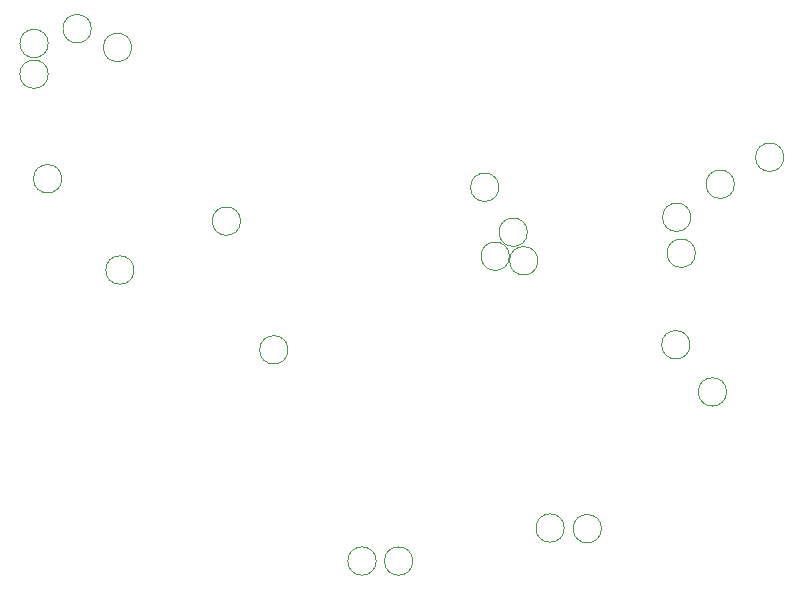
<source format=gbr>
%TF.GenerationSoftware,KiCad,Pcbnew,(5.99.0-11604-g878538abff)*%
%TF.CreationDate,2021-08-06T13:48:49+02:00*%
%TF.ProjectId,pixel-pump-mainboard,7375636b-6572-42d6-9f6e-652d6d61696e,rev?*%
%TF.SameCoordinates,Original*%
%TF.FileFunction,Legend,Bot*%
%TF.FilePolarity,Positive*%
%FSLAX46Y46*%
G04 Gerber Fmt 4.6, Leading zero omitted, Abs format (unit mm)*
G04 Created by KiCad (PCBNEW (5.99.0-11604-g878538abff)) date 2021-08-06 13:48:49*
%MOMM*%
%LPD*%
G01*
G04 APERTURE LIST*
%ADD10C,0.120000*%
G04 APERTURE END LIST*
D10*
%TO.C,TP13*%
X71000000Y-121450000D02*
G75*
G03*
X71000000Y-121450000I-1200000J0D01*
G01*
%TO.C,TP1*%
X100717200Y-153822400D02*
G75*
G03*
X100717200Y-153822400I-1200000J0D01*
G01*
%TO.C,TP15*%
X124644000Y-127762000D02*
G75*
G03*
X124644000Y-127762000I-1200000J0D01*
G01*
%TO.C,TP2*%
X97618400Y-153822400D02*
G75*
G03*
X97618400Y-153822400I-1200000J0D01*
G01*
%TO.C,TP7*%
X73500000Y-108750000D02*
G75*
G03*
X73500000Y-108750000I-1200000J0D01*
G01*
%TO.C,TP10*%
X69850000Y-112600000D02*
G75*
G03*
X69850000Y-112600000I-1200000J0D01*
G01*
%TO.C,TP14*%
X124263000Y-124714000D02*
G75*
G03*
X124263000Y-124714000I-1200000J0D01*
G01*
%TO.C,TP16*%
X77120600Y-129184400D02*
G75*
G03*
X77120600Y-129184400I-1200000J0D01*
G01*
%TO.C,TP22*%
X124186800Y-135509000D02*
G75*
G03*
X124186800Y-135509000I-1200000J0D01*
G01*
%TO.C,TP31*%
X116693800Y-151079200D02*
G75*
G03*
X116693800Y-151079200I-1200000J0D01*
G01*
%TO.C,TP23*%
X127285600Y-139496800D02*
G75*
G03*
X127285600Y-139496800I-1200000J0D01*
G01*
%TO.C,TP11*%
X86137600Y-125044200D02*
G75*
G03*
X86137600Y-125044200I-1200000J0D01*
G01*
%TO.C,TP26*%
X108007000Y-122174000D02*
G75*
G03*
X108007000Y-122174000I-1200000J0D01*
G01*
%TO.C,TP25*%
X111309000Y-128397000D02*
G75*
G03*
X111309000Y-128397000I-1200000J0D01*
G01*
%TO.C,TP28*%
X110420000Y-125984000D02*
G75*
G03*
X110420000Y-125984000I-1200000J0D01*
G01*
%TO.C,TP5*%
X90150800Y-135940800D02*
G75*
G03*
X90150800Y-135940800I-1200000J0D01*
G01*
%TO.C,TP12*%
X127946000Y-121920000D02*
G75*
G03*
X127946000Y-121920000I-1200000J0D01*
G01*
%TO.C,TP20*%
X113544200Y-151028400D02*
G75*
G03*
X113544200Y-151028400I-1200000J0D01*
G01*
%TO.C,TP4*%
X69850000Y-110000000D02*
G75*
G03*
X69850000Y-110000000I-1200000J0D01*
G01*
%TO.C,TP9*%
X76917400Y-110337600D02*
G75*
G03*
X76917400Y-110337600I-1200000J0D01*
G01*
%TO.C,TP27*%
X108896000Y-128016000D02*
G75*
G03*
X108896000Y-128016000I-1200000J0D01*
G01*
%TO.C,TP24*%
X132137000Y-119634000D02*
G75*
G03*
X132137000Y-119634000I-1200000J0D01*
G01*
%TD*%
M02*

</source>
